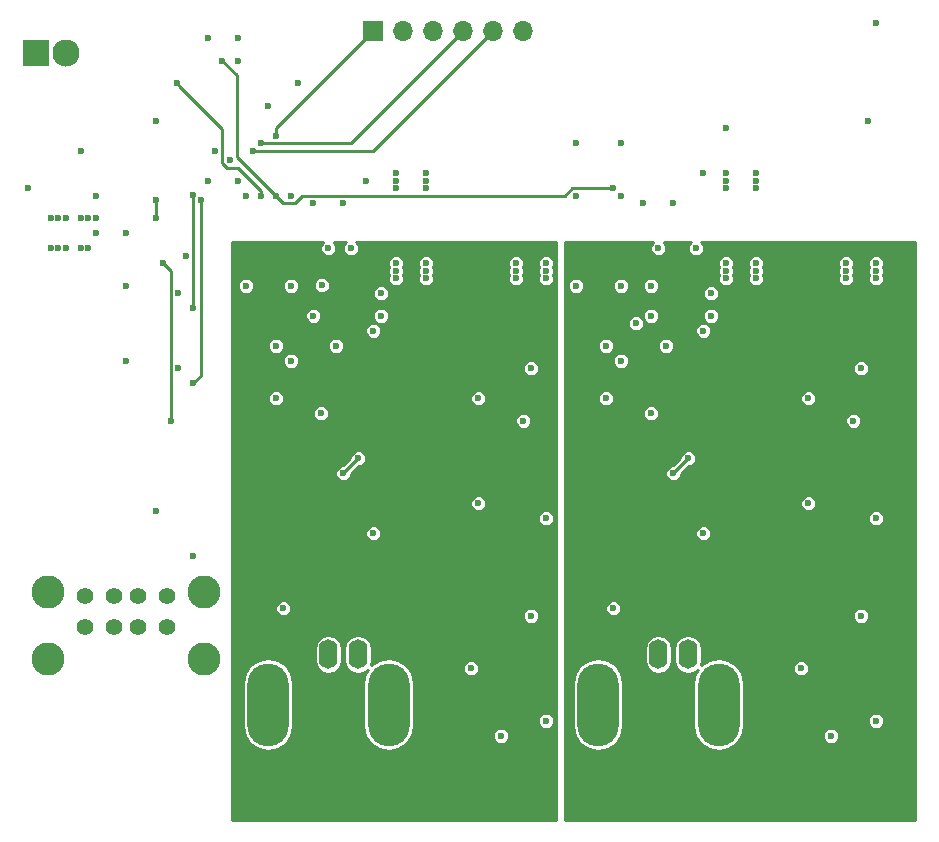
<source format=gbl>
G04 #@! TF.FileFunction,Copper,L4,Bot,Signal*
%FSLAX46Y46*%
G04 Gerber Fmt 4.6, Leading zero omitted, Abs format (unit mm)*
G04 Created by KiCad (PCBNEW 4.0.7) date Sat Nov 25 01:32:10 2017*
%MOMM*%
%LPD*%
G01*
G04 APERTURE LIST*
%ADD10C,0.127000*%
%ADD11R,1.700000X1.700000*%
%ADD12O,1.700000X1.700000*%
%ADD13C,1.420000*%
%ADD14C,2.800000*%
%ADD15R,2.300000X2.300000*%
%ADD16C,2.300000*%
%ADD17O,3.500120X7.000240*%
%ADD18O,1.600200X2.499360*%
%ADD19C,0.600000*%
%ADD20C,0.254000*%
G04 APERTURE END LIST*
D10*
D11*
X33655000Y67310000D03*
D12*
X36195000Y67310000D03*
X38735000Y67310000D03*
X41275000Y67310000D03*
X43815000Y67310000D03*
X46355000Y67310000D03*
D13*
X9200000Y19440005D03*
X11700000Y19440005D03*
X13700000Y19440005D03*
X16200000Y19440005D03*
X9200000Y16820005D03*
X11700000Y16820005D03*
X13700000Y16820005D03*
X16200000Y16820005D03*
D14*
X19270000Y14110005D03*
X19270000Y19790005D03*
X6130000Y19790005D03*
X6130000Y14110005D03*
D15*
X5080000Y65405000D03*
D16*
X7620000Y65405000D03*
D17*
X34942780Y10261600D03*
X24744680Y10261600D03*
D18*
X29845000Y14526260D03*
X32344360Y14526260D03*
D17*
X62882780Y10261600D03*
X52684680Y10261600D03*
D18*
X57785000Y14526260D03*
X60284360Y14526260D03*
D19*
X15240000Y59690000D03*
X8890000Y57150000D03*
X10160000Y50165000D03*
X9525000Y48895000D03*
X8890000Y48895000D03*
X8890000Y51435000D03*
X9525000Y51435000D03*
X10160000Y51435000D03*
X10160000Y53340000D03*
X17780000Y48260000D03*
X4445000Y53975000D03*
X19685000Y54610000D03*
X18415000Y22860000D03*
X12700000Y50165000D03*
X33020000Y54610000D03*
X31115000Y52705000D03*
X59055000Y52705000D03*
X20221050Y57128767D03*
X19685000Y66675000D03*
X24765000Y60960000D03*
X27305000Y62865000D03*
X35560000Y53975000D03*
X35560000Y55245000D03*
X38100000Y53975000D03*
X38100000Y55245000D03*
X63500000Y53975000D03*
X63500000Y55245000D03*
X66040000Y53975000D03*
X66040000Y55245000D03*
X50800000Y53340000D03*
X15240000Y26670000D03*
X38100000Y54610000D03*
X35560000Y54610000D03*
X66040000Y54610000D03*
X63500000Y54610000D03*
X22860000Y53340000D03*
X61595000Y55245000D03*
X75565000Y59690000D03*
X41910000Y16510000D03*
X35560000Y36830000D03*
X38100000Y29210000D03*
X45720000Y13335000D03*
X31115000Y26035000D03*
X48260000Y46355000D03*
X45720000Y46355000D03*
X48260000Y47625000D03*
X45720000Y47625000D03*
X26670000Y45720000D03*
X29273438Y45783438D03*
X31750000Y48895000D03*
X25400000Y40640000D03*
X48260000Y46990000D03*
X45720000Y46990000D03*
X41910000Y13335000D03*
X33655000Y41910000D03*
X29210000Y34925000D03*
X46355000Y34290000D03*
X38100000Y46355000D03*
X35560000Y46355000D03*
X35560000Y47625000D03*
X38100000Y47625000D03*
X29845000Y48895000D03*
X22860000Y45720000D03*
X46990000Y17780000D03*
X26035000Y18415000D03*
X46990000Y38735000D03*
X33655000Y24765000D03*
X28575000Y43180000D03*
X38100000Y46990000D03*
X35560000Y46990000D03*
X34290000Y43180000D03*
X34290000Y45085000D03*
X42545000Y36195000D03*
X26670000Y39370000D03*
X48260000Y8890000D03*
X42545000Y27305000D03*
X48260000Y26035000D03*
X25400000Y36195000D03*
X30480000Y40640000D03*
X44450000Y7620000D03*
X73660000Y46355000D03*
X73660000Y47625000D03*
X76200000Y46355000D03*
X76200000Y47625000D03*
X57150000Y45720000D03*
X60960000Y48895000D03*
X55880000Y42545000D03*
X69850000Y13335000D03*
X53340000Y40640000D03*
X61595000Y41910000D03*
X76200000Y46990000D03*
X73660000Y46990000D03*
X54610000Y45720000D03*
X57150000Y34925000D03*
X74295000Y34290000D03*
X63500000Y46355000D03*
X63500000Y47625000D03*
X66040000Y46355000D03*
X66040000Y47625000D03*
X57785000Y48895000D03*
X50800000Y45720000D03*
X74930000Y17780000D03*
X76200000Y8890000D03*
X72390000Y7620000D03*
X61595000Y24765000D03*
X53340000Y36195000D03*
X54610000Y39370000D03*
X66040000Y46990000D03*
X63500000Y46990000D03*
X62230000Y43180000D03*
X62230000Y45085000D03*
X57150000Y43180000D03*
X70485000Y36195000D03*
X74930000Y38735000D03*
X70485000Y27305000D03*
X76200000Y26035000D03*
X53975000Y18415000D03*
X58420000Y40640000D03*
X73660000Y13335000D03*
X69850000Y16510000D03*
X63500000Y36830000D03*
X59055000Y26035000D03*
X66675000Y29210000D03*
X25400000Y58424800D03*
X23495000Y57150000D03*
X24130000Y57785000D03*
X63500000Y59055000D03*
X22225000Y54610000D03*
X21468631Y56393631D03*
X12700000Y45720000D03*
X17145000Y45085000D03*
X12700000Y39370000D03*
X17145000Y38735000D03*
X28575000Y52705000D03*
X56515000Y52705000D03*
X50800000Y57785000D03*
X54610000Y57785000D03*
X22225000Y66675000D03*
X22225000Y64770000D03*
X7620000Y48895000D03*
X6985000Y48895000D03*
X6350000Y48895000D03*
X6350000Y51435000D03*
X6985000Y51435000D03*
X7620000Y51435000D03*
X76200000Y67945000D03*
X26670000Y53340000D03*
X54610000Y53340000D03*
X32385000Y31115000D03*
X31115000Y29845000D03*
X60325000Y31115000D03*
X59055000Y29845000D03*
X53975000Y53975000D03*
X25400000Y53340000D03*
X20871050Y64771105D03*
X24130000Y53340000D03*
X16998048Y62865000D03*
X18365864Y53370224D03*
X18415000Y43815000D03*
X19050000Y52949401D03*
X18415000Y37465000D03*
X15240000Y52949401D03*
X15240000Y51435000D03*
X15875000Y47625000D03*
X16510000Y34290000D03*
D20*
X25400000Y58424800D02*
X25400000Y59055000D01*
X25400000Y58583403D02*
X25400000Y58424800D01*
X25400000Y59055000D02*
X33655000Y67310000D01*
X23495000Y57150000D02*
X33655000Y57150000D01*
X33655000Y57150000D02*
X43815000Y67310000D01*
X24130000Y57785000D02*
X31750000Y57785000D01*
X31750000Y57785000D02*
X31918203Y57953203D01*
X31918203Y57953203D02*
X41275000Y67310000D01*
X31115000Y29845000D02*
X32385000Y31115000D01*
X59055000Y29845000D02*
X60325000Y31115000D01*
X25400000Y53340000D02*
X26030201Y52709799D01*
X26030201Y52709799D02*
X26972497Y52709799D01*
X26972497Y52709799D02*
X27602698Y53340000D01*
X27602698Y53340000D02*
X49867302Y53340000D01*
X49867302Y53340000D02*
X50502302Y53975000D01*
X50502302Y53975000D02*
X53975000Y53975000D01*
X20871050Y64771105D02*
X22098832Y63543323D01*
X22098832Y63543323D02*
X22098832Y56641168D01*
X22098832Y56641168D02*
X25400000Y53340000D01*
X24130000Y53340000D02*
X24130000Y53764264D01*
X17298047Y62565001D02*
X16998048Y62865000D01*
X24130000Y53764264D02*
X22225000Y55669264D01*
X22225000Y55669264D02*
X21260300Y55669264D01*
X21260300Y55669264D02*
X20838430Y56091134D01*
X20838430Y56091134D02*
X20838430Y56696128D01*
X20838430Y56696128D02*
X20851251Y56708949D01*
X20851251Y56708949D02*
X20851251Y59011797D01*
X20851251Y59011797D02*
X17298047Y62565001D01*
X18365864Y53370224D02*
X18365864Y52945960D01*
X18365864Y52945960D02*
X18415000Y52896824D01*
X18415000Y52896824D02*
X18415000Y44239264D01*
X18415000Y44239264D02*
X18415000Y43815000D01*
X19050000Y52949401D02*
X19050000Y38735000D01*
X19050000Y38735000D02*
X19050000Y38100000D01*
X19050000Y38100000D02*
X18415000Y37465000D01*
X15240000Y51435000D02*
X15240000Y52949401D01*
X16510000Y34290000D02*
X16510000Y46990000D01*
X16510000Y46990000D02*
X15875000Y47625000D01*
G36*
X29268013Y49281259D02*
X29164118Y49031054D01*
X29163882Y48760135D01*
X29267339Y48509748D01*
X29458741Y48318013D01*
X29708946Y48214118D01*
X29979865Y48213882D01*
X30230252Y48317339D01*
X30421987Y48508741D01*
X30525882Y48758946D01*
X30526118Y49029865D01*
X30422661Y49280252D01*
X30300126Y49403000D01*
X31294966Y49403000D01*
X31173013Y49281259D01*
X31069118Y49031054D01*
X31068882Y48760135D01*
X31172339Y48509748D01*
X31363741Y48318013D01*
X31613946Y48214118D01*
X31884865Y48213882D01*
X32135252Y48317339D01*
X32326987Y48508741D01*
X32430882Y48758946D01*
X32431118Y49029865D01*
X32327661Y49280252D01*
X32205126Y49403000D01*
X49149000Y49403000D01*
X49149000Y456000D01*
X21717000Y456000D01*
X21717000Y12087696D01*
X22613620Y12087696D01*
X22613620Y8435504D01*
X22775837Y7619983D01*
X23237793Y6928617D01*
X23929159Y6466661D01*
X24744680Y6304444D01*
X25560201Y6466661D01*
X26251567Y6928617D01*
X26713523Y7619983D01*
X26875740Y8435504D01*
X26875740Y12087696D01*
X26713523Y12903217D01*
X26251567Y13594583D01*
X25560201Y14056539D01*
X24744680Y14218756D01*
X23929159Y14056539D01*
X23237793Y13594583D01*
X22775837Y12903217D01*
X22613620Y12087696D01*
X21717000Y12087696D01*
X21717000Y15007787D01*
X28663900Y15007787D01*
X28663900Y14044733D01*
X28753806Y13592746D01*
X29009836Y13209569D01*
X29393013Y12953539D01*
X29845000Y12863633D01*
X30296987Y12953539D01*
X30680164Y13209569D01*
X30936194Y13592746D01*
X31026100Y14044733D01*
X31026100Y15007787D01*
X31163260Y15007787D01*
X31163260Y14044733D01*
X31253166Y13592746D01*
X31509196Y13209569D01*
X31892373Y12953539D01*
X32344360Y12863633D01*
X32796347Y12953539D01*
X33177918Y13208496D01*
X32973937Y12903217D01*
X32811720Y12087696D01*
X32811720Y8435504D01*
X32973937Y7619983D01*
X33435893Y6928617D01*
X34127259Y6466661D01*
X34942780Y6304444D01*
X35758301Y6466661D01*
X36449667Y6928617D01*
X36821520Y7485135D01*
X43768882Y7485135D01*
X43872339Y7234748D01*
X44063741Y7043013D01*
X44313946Y6939118D01*
X44584865Y6938882D01*
X44835252Y7042339D01*
X45026987Y7233741D01*
X45130882Y7483946D01*
X45131118Y7754865D01*
X45027661Y8005252D01*
X44836259Y8196987D01*
X44586054Y8300882D01*
X44315135Y8301118D01*
X44064748Y8197661D01*
X43873013Y8006259D01*
X43769118Y7756054D01*
X43768882Y7485135D01*
X36821520Y7485135D01*
X36911623Y7619983D01*
X37073840Y8435504D01*
X37073840Y8755135D01*
X47578882Y8755135D01*
X47682339Y8504748D01*
X47873741Y8313013D01*
X48123946Y8209118D01*
X48394865Y8208882D01*
X48645252Y8312339D01*
X48836987Y8503741D01*
X48940882Y8753946D01*
X48941118Y9024865D01*
X48837661Y9275252D01*
X48646259Y9466987D01*
X48396054Y9570882D01*
X48125135Y9571118D01*
X47874748Y9467661D01*
X47683013Y9276259D01*
X47579118Y9026054D01*
X47578882Y8755135D01*
X37073840Y8755135D01*
X37073840Y12087696D01*
X36911623Y12903217D01*
X36713229Y13200135D01*
X41228882Y13200135D01*
X41332339Y12949748D01*
X41523741Y12758013D01*
X41773946Y12654118D01*
X42044865Y12653882D01*
X42295252Y12757339D01*
X42486987Y12948741D01*
X42590882Y13198946D01*
X42591118Y13469865D01*
X42487661Y13720252D01*
X42296259Y13911987D01*
X42046054Y14015882D01*
X41775135Y14016118D01*
X41524748Y13912661D01*
X41333013Y13721259D01*
X41229118Y13471054D01*
X41228882Y13200135D01*
X36713229Y13200135D01*
X36449667Y13594583D01*
X35758301Y14056539D01*
X34942780Y14218756D01*
X34127259Y14056539D01*
X33435923Y13594603D01*
X33525460Y14044733D01*
X33525460Y15007787D01*
X33435554Y15459774D01*
X33179524Y15842951D01*
X32796347Y16098981D01*
X32344360Y16188887D01*
X31892373Y16098981D01*
X31509196Y15842951D01*
X31253166Y15459774D01*
X31163260Y15007787D01*
X31026100Y15007787D01*
X30936194Y15459774D01*
X30680164Y15842951D01*
X30296987Y16098981D01*
X29845000Y16188887D01*
X29393013Y16098981D01*
X29009836Y15842951D01*
X28753806Y15459774D01*
X28663900Y15007787D01*
X21717000Y15007787D01*
X21717000Y17645135D01*
X46308882Y17645135D01*
X46412339Y17394748D01*
X46603741Y17203013D01*
X46853946Y17099118D01*
X47124865Y17098882D01*
X47375252Y17202339D01*
X47566987Y17393741D01*
X47670882Y17643946D01*
X47671118Y17914865D01*
X47567661Y18165252D01*
X47376259Y18356987D01*
X47126054Y18460882D01*
X46855135Y18461118D01*
X46604748Y18357661D01*
X46413013Y18166259D01*
X46309118Y17916054D01*
X46308882Y17645135D01*
X21717000Y17645135D01*
X21717000Y18280135D01*
X25353882Y18280135D01*
X25457339Y18029748D01*
X25648741Y17838013D01*
X25898946Y17734118D01*
X26169865Y17733882D01*
X26420252Y17837339D01*
X26611987Y18028741D01*
X26715882Y18278946D01*
X26716118Y18549865D01*
X26612661Y18800252D01*
X26421259Y18991987D01*
X26171054Y19095882D01*
X25900135Y19096118D01*
X25649748Y18992661D01*
X25458013Y18801259D01*
X25354118Y18551054D01*
X25353882Y18280135D01*
X21717000Y18280135D01*
X21717000Y24630135D01*
X32973882Y24630135D01*
X33077339Y24379748D01*
X33268741Y24188013D01*
X33518946Y24084118D01*
X33789865Y24083882D01*
X34040252Y24187339D01*
X34231987Y24378741D01*
X34335882Y24628946D01*
X34336118Y24899865D01*
X34232661Y25150252D01*
X34041259Y25341987D01*
X33791054Y25445882D01*
X33520135Y25446118D01*
X33269748Y25342661D01*
X33078013Y25151259D01*
X32974118Y24901054D01*
X32973882Y24630135D01*
X21717000Y24630135D01*
X21717000Y25900135D01*
X47578882Y25900135D01*
X47682339Y25649748D01*
X47873741Y25458013D01*
X48123946Y25354118D01*
X48394865Y25353882D01*
X48645252Y25457339D01*
X48836987Y25648741D01*
X48940882Y25898946D01*
X48941118Y26169865D01*
X48837661Y26420252D01*
X48646259Y26611987D01*
X48396054Y26715882D01*
X48125135Y26716118D01*
X47874748Y26612661D01*
X47683013Y26421259D01*
X47579118Y26171054D01*
X47578882Y25900135D01*
X21717000Y25900135D01*
X21717000Y27170135D01*
X41863882Y27170135D01*
X41967339Y26919748D01*
X42158741Y26728013D01*
X42408946Y26624118D01*
X42679865Y26623882D01*
X42930252Y26727339D01*
X43121987Y26918741D01*
X43225882Y27168946D01*
X43226118Y27439865D01*
X43122661Y27690252D01*
X42931259Y27881987D01*
X42681054Y27985882D01*
X42410135Y27986118D01*
X42159748Y27882661D01*
X41968013Y27691259D01*
X41864118Y27441054D01*
X41863882Y27170135D01*
X21717000Y27170135D01*
X21717000Y29710135D01*
X30433882Y29710135D01*
X30537339Y29459748D01*
X30728741Y29268013D01*
X30978946Y29164118D01*
X31249865Y29163882D01*
X31500252Y29267339D01*
X31691987Y29458741D01*
X31795882Y29708946D01*
X31795968Y29807548D01*
X32422387Y30433967D01*
X32519865Y30433882D01*
X32770252Y30537339D01*
X32961987Y30728741D01*
X33065882Y30978946D01*
X33066118Y31249865D01*
X32962661Y31500252D01*
X32771259Y31691987D01*
X32521054Y31795882D01*
X32250135Y31796118D01*
X31999748Y31692661D01*
X31808013Y31501259D01*
X31704118Y31251054D01*
X31704032Y31152452D01*
X31077613Y30526033D01*
X30980135Y30526118D01*
X30729748Y30422661D01*
X30538013Y30231259D01*
X30434118Y29981054D01*
X30433882Y29710135D01*
X21717000Y29710135D01*
X21717000Y34155135D01*
X45673882Y34155135D01*
X45777339Y33904748D01*
X45968741Y33713013D01*
X46218946Y33609118D01*
X46489865Y33608882D01*
X46740252Y33712339D01*
X46931987Y33903741D01*
X47035882Y34153946D01*
X47036118Y34424865D01*
X46932661Y34675252D01*
X46741259Y34866987D01*
X46491054Y34970882D01*
X46220135Y34971118D01*
X45969748Y34867661D01*
X45778013Y34676259D01*
X45674118Y34426054D01*
X45673882Y34155135D01*
X21717000Y34155135D01*
X21717000Y34790135D01*
X28528882Y34790135D01*
X28632339Y34539748D01*
X28823741Y34348013D01*
X29073946Y34244118D01*
X29344865Y34243882D01*
X29595252Y34347339D01*
X29786987Y34538741D01*
X29890882Y34788946D01*
X29891118Y35059865D01*
X29787661Y35310252D01*
X29596259Y35501987D01*
X29346054Y35605882D01*
X29075135Y35606118D01*
X28824748Y35502661D01*
X28633013Y35311259D01*
X28529118Y35061054D01*
X28528882Y34790135D01*
X21717000Y34790135D01*
X21717000Y36060135D01*
X24718882Y36060135D01*
X24822339Y35809748D01*
X25013741Y35618013D01*
X25263946Y35514118D01*
X25534865Y35513882D01*
X25785252Y35617339D01*
X25976987Y35808741D01*
X26080882Y36058946D01*
X26080883Y36060135D01*
X41863882Y36060135D01*
X41967339Y35809748D01*
X42158741Y35618013D01*
X42408946Y35514118D01*
X42679865Y35513882D01*
X42930252Y35617339D01*
X43121987Y35808741D01*
X43225882Y36058946D01*
X43226118Y36329865D01*
X43122661Y36580252D01*
X42931259Y36771987D01*
X42681054Y36875882D01*
X42410135Y36876118D01*
X42159748Y36772661D01*
X41968013Y36581259D01*
X41864118Y36331054D01*
X41863882Y36060135D01*
X26080883Y36060135D01*
X26081118Y36329865D01*
X25977661Y36580252D01*
X25786259Y36771987D01*
X25536054Y36875882D01*
X25265135Y36876118D01*
X25014748Y36772661D01*
X24823013Y36581259D01*
X24719118Y36331054D01*
X24718882Y36060135D01*
X21717000Y36060135D01*
X21717000Y38600135D01*
X46308882Y38600135D01*
X46412339Y38349748D01*
X46603741Y38158013D01*
X46853946Y38054118D01*
X47124865Y38053882D01*
X47375252Y38157339D01*
X47566987Y38348741D01*
X47670882Y38598946D01*
X47671118Y38869865D01*
X47567661Y39120252D01*
X47376259Y39311987D01*
X47126054Y39415882D01*
X46855135Y39416118D01*
X46604748Y39312661D01*
X46413013Y39121259D01*
X46309118Y38871054D01*
X46308882Y38600135D01*
X21717000Y38600135D01*
X21717000Y39235135D01*
X25988882Y39235135D01*
X26092339Y38984748D01*
X26283741Y38793013D01*
X26533946Y38689118D01*
X26804865Y38688882D01*
X27055252Y38792339D01*
X27246987Y38983741D01*
X27350882Y39233946D01*
X27351118Y39504865D01*
X27247661Y39755252D01*
X27056259Y39946987D01*
X26806054Y40050882D01*
X26535135Y40051118D01*
X26284748Y39947661D01*
X26093013Y39756259D01*
X25989118Y39506054D01*
X25988882Y39235135D01*
X21717000Y39235135D01*
X21717000Y40505135D01*
X24718882Y40505135D01*
X24822339Y40254748D01*
X25013741Y40063013D01*
X25263946Y39959118D01*
X25534865Y39958882D01*
X25785252Y40062339D01*
X25976987Y40253741D01*
X26080882Y40503946D01*
X26080883Y40505135D01*
X29798882Y40505135D01*
X29902339Y40254748D01*
X30093741Y40063013D01*
X30343946Y39959118D01*
X30614865Y39958882D01*
X30865252Y40062339D01*
X31056987Y40253741D01*
X31160882Y40503946D01*
X31161118Y40774865D01*
X31057661Y41025252D01*
X30866259Y41216987D01*
X30616054Y41320882D01*
X30345135Y41321118D01*
X30094748Y41217661D01*
X29903013Y41026259D01*
X29799118Y40776054D01*
X29798882Y40505135D01*
X26080883Y40505135D01*
X26081118Y40774865D01*
X25977661Y41025252D01*
X25786259Y41216987D01*
X25536054Y41320882D01*
X25265135Y41321118D01*
X25014748Y41217661D01*
X24823013Y41026259D01*
X24719118Y40776054D01*
X24718882Y40505135D01*
X21717000Y40505135D01*
X21717000Y41775135D01*
X32973882Y41775135D01*
X33077339Y41524748D01*
X33268741Y41333013D01*
X33518946Y41229118D01*
X33789865Y41228882D01*
X34040252Y41332339D01*
X34231987Y41523741D01*
X34335882Y41773946D01*
X34336118Y42044865D01*
X34232661Y42295252D01*
X34041259Y42486987D01*
X33791054Y42590882D01*
X33520135Y42591118D01*
X33269748Y42487661D01*
X33078013Y42296259D01*
X32974118Y42046054D01*
X32973882Y41775135D01*
X21717000Y41775135D01*
X21717000Y43045135D01*
X27893882Y43045135D01*
X27997339Y42794748D01*
X28188741Y42603013D01*
X28438946Y42499118D01*
X28709865Y42498882D01*
X28960252Y42602339D01*
X29151987Y42793741D01*
X29255882Y43043946D01*
X29255883Y43045135D01*
X33608882Y43045135D01*
X33712339Y42794748D01*
X33903741Y42603013D01*
X34153946Y42499118D01*
X34424865Y42498882D01*
X34675252Y42602339D01*
X34866987Y42793741D01*
X34970882Y43043946D01*
X34971118Y43314865D01*
X34867661Y43565252D01*
X34676259Y43756987D01*
X34426054Y43860882D01*
X34155135Y43861118D01*
X33904748Y43757661D01*
X33713013Y43566259D01*
X33609118Y43316054D01*
X33608882Y43045135D01*
X29255883Y43045135D01*
X29256118Y43314865D01*
X29152661Y43565252D01*
X28961259Y43756987D01*
X28711054Y43860882D01*
X28440135Y43861118D01*
X28189748Y43757661D01*
X27998013Y43566259D01*
X27894118Y43316054D01*
X27893882Y43045135D01*
X21717000Y43045135D01*
X21717000Y44950135D01*
X33608882Y44950135D01*
X33712339Y44699748D01*
X33903741Y44508013D01*
X34153946Y44404118D01*
X34424865Y44403882D01*
X34675252Y44507339D01*
X34866987Y44698741D01*
X34970882Y44948946D01*
X34971118Y45219865D01*
X34867661Y45470252D01*
X34676259Y45661987D01*
X34426054Y45765882D01*
X34155135Y45766118D01*
X33904748Y45662661D01*
X33713013Y45471259D01*
X33609118Y45221054D01*
X33608882Y44950135D01*
X21717000Y44950135D01*
X21717000Y45585135D01*
X22178882Y45585135D01*
X22282339Y45334748D01*
X22473741Y45143013D01*
X22723946Y45039118D01*
X22994865Y45038882D01*
X23245252Y45142339D01*
X23436987Y45333741D01*
X23540882Y45583946D01*
X23540883Y45585135D01*
X25988882Y45585135D01*
X26092339Y45334748D01*
X26283741Y45143013D01*
X26533946Y45039118D01*
X26804865Y45038882D01*
X27055252Y45142339D01*
X27246987Y45333741D01*
X27350882Y45583946D01*
X27350938Y45648573D01*
X28592320Y45648573D01*
X28695777Y45398186D01*
X28887179Y45206451D01*
X29137384Y45102556D01*
X29408303Y45102320D01*
X29658690Y45205777D01*
X29850425Y45397179D01*
X29954320Y45647384D01*
X29954556Y45918303D01*
X29851099Y46168690D01*
X29659697Y46360425D01*
X29409492Y46464320D01*
X29138573Y46464556D01*
X28888186Y46361099D01*
X28696451Y46169697D01*
X28592556Y45919492D01*
X28592320Y45648573D01*
X27350938Y45648573D01*
X27351118Y45854865D01*
X27247661Y46105252D01*
X27056259Y46296987D01*
X26806054Y46400882D01*
X26535135Y46401118D01*
X26284748Y46297661D01*
X26093013Y46106259D01*
X25989118Y45856054D01*
X25988882Y45585135D01*
X23540883Y45585135D01*
X23541118Y45854865D01*
X23437661Y46105252D01*
X23246259Y46296987D01*
X22996054Y46400882D01*
X22725135Y46401118D01*
X22474748Y46297661D01*
X22283013Y46106259D01*
X22179118Y45856054D01*
X22178882Y45585135D01*
X21717000Y45585135D01*
X21717000Y47490135D01*
X34878882Y47490135D01*
X34954403Y47307359D01*
X34879118Y47126054D01*
X34878882Y46855135D01*
X34954403Y46672359D01*
X34879118Y46491054D01*
X34878882Y46220135D01*
X34982339Y45969748D01*
X35173741Y45778013D01*
X35423946Y45674118D01*
X35694865Y45673882D01*
X35945252Y45777339D01*
X36136987Y45968741D01*
X36240882Y46218946D01*
X36241118Y46489865D01*
X36165597Y46672641D01*
X36240882Y46853946D01*
X36241118Y47124865D01*
X36165597Y47307641D01*
X36240882Y47488946D01*
X36240883Y47490135D01*
X37418882Y47490135D01*
X37494403Y47307359D01*
X37419118Y47126054D01*
X37418882Y46855135D01*
X37494403Y46672359D01*
X37419118Y46491054D01*
X37418882Y46220135D01*
X37522339Y45969748D01*
X37713741Y45778013D01*
X37963946Y45674118D01*
X38234865Y45673882D01*
X38485252Y45777339D01*
X38676987Y45968741D01*
X38780882Y46218946D01*
X38781118Y46489865D01*
X38705597Y46672641D01*
X38780882Y46853946D01*
X38781118Y47124865D01*
X38705597Y47307641D01*
X38780882Y47488946D01*
X38780883Y47490135D01*
X45038882Y47490135D01*
X45114403Y47307359D01*
X45039118Y47126054D01*
X45038882Y46855135D01*
X45114403Y46672359D01*
X45039118Y46491054D01*
X45038882Y46220135D01*
X45142339Y45969748D01*
X45333741Y45778013D01*
X45583946Y45674118D01*
X45854865Y45673882D01*
X46105252Y45777339D01*
X46296987Y45968741D01*
X46400882Y46218946D01*
X46401118Y46489865D01*
X46325597Y46672641D01*
X46400882Y46853946D01*
X46401118Y47124865D01*
X46325597Y47307641D01*
X46400882Y47488946D01*
X46400883Y47490135D01*
X47578882Y47490135D01*
X47654403Y47307359D01*
X47579118Y47126054D01*
X47578882Y46855135D01*
X47654403Y46672359D01*
X47579118Y46491054D01*
X47578882Y46220135D01*
X47682339Y45969748D01*
X47873741Y45778013D01*
X48123946Y45674118D01*
X48394865Y45673882D01*
X48645252Y45777339D01*
X48836987Y45968741D01*
X48940882Y46218946D01*
X48941118Y46489865D01*
X48865597Y46672641D01*
X48940882Y46853946D01*
X48941118Y47124865D01*
X48865597Y47307641D01*
X48940882Y47488946D01*
X48941118Y47759865D01*
X48837661Y48010252D01*
X48646259Y48201987D01*
X48396054Y48305882D01*
X48125135Y48306118D01*
X47874748Y48202661D01*
X47683013Y48011259D01*
X47579118Y47761054D01*
X47578882Y47490135D01*
X46400883Y47490135D01*
X46401118Y47759865D01*
X46297661Y48010252D01*
X46106259Y48201987D01*
X45856054Y48305882D01*
X45585135Y48306118D01*
X45334748Y48202661D01*
X45143013Y48011259D01*
X45039118Y47761054D01*
X45038882Y47490135D01*
X38780883Y47490135D01*
X38781118Y47759865D01*
X38677661Y48010252D01*
X38486259Y48201987D01*
X38236054Y48305882D01*
X37965135Y48306118D01*
X37714748Y48202661D01*
X37523013Y48011259D01*
X37419118Y47761054D01*
X37418882Y47490135D01*
X36240883Y47490135D01*
X36241118Y47759865D01*
X36137661Y48010252D01*
X35946259Y48201987D01*
X35696054Y48305882D01*
X35425135Y48306118D01*
X35174748Y48202661D01*
X34983013Y48011259D01*
X34879118Y47761054D01*
X34878882Y47490135D01*
X21717000Y47490135D01*
X21717000Y49403000D01*
X29389966Y49403000D01*
X29268013Y49281259D01*
X29268013Y49281259D01*
G37*
X29268013Y49281259D02*
X29164118Y49031054D01*
X29163882Y48760135D01*
X29267339Y48509748D01*
X29458741Y48318013D01*
X29708946Y48214118D01*
X29979865Y48213882D01*
X30230252Y48317339D01*
X30421987Y48508741D01*
X30525882Y48758946D01*
X30526118Y49029865D01*
X30422661Y49280252D01*
X30300126Y49403000D01*
X31294966Y49403000D01*
X31173013Y49281259D01*
X31069118Y49031054D01*
X31068882Y48760135D01*
X31172339Y48509748D01*
X31363741Y48318013D01*
X31613946Y48214118D01*
X31884865Y48213882D01*
X32135252Y48317339D01*
X32326987Y48508741D01*
X32430882Y48758946D01*
X32431118Y49029865D01*
X32327661Y49280252D01*
X32205126Y49403000D01*
X49149000Y49403000D01*
X49149000Y456000D01*
X21717000Y456000D01*
X21717000Y12087696D01*
X22613620Y12087696D01*
X22613620Y8435504D01*
X22775837Y7619983D01*
X23237793Y6928617D01*
X23929159Y6466661D01*
X24744680Y6304444D01*
X25560201Y6466661D01*
X26251567Y6928617D01*
X26713523Y7619983D01*
X26875740Y8435504D01*
X26875740Y12087696D01*
X26713523Y12903217D01*
X26251567Y13594583D01*
X25560201Y14056539D01*
X24744680Y14218756D01*
X23929159Y14056539D01*
X23237793Y13594583D01*
X22775837Y12903217D01*
X22613620Y12087696D01*
X21717000Y12087696D01*
X21717000Y15007787D01*
X28663900Y15007787D01*
X28663900Y14044733D01*
X28753806Y13592746D01*
X29009836Y13209569D01*
X29393013Y12953539D01*
X29845000Y12863633D01*
X30296987Y12953539D01*
X30680164Y13209569D01*
X30936194Y13592746D01*
X31026100Y14044733D01*
X31026100Y15007787D01*
X31163260Y15007787D01*
X31163260Y14044733D01*
X31253166Y13592746D01*
X31509196Y13209569D01*
X31892373Y12953539D01*
X32344360Y12863633D01*
X32796347Y12953539D01*
X33177918Y13208496D01*
X32973937Y12903217D01*
X32811720Y12087696D01*
X32811720Y8435504D01*
X32973937Y7619983D01*
X33435893Y6928617D01*
X34127259Y6466661D01*
X34942780Y6304444D01*
X35758301Y6466661D01*
X36449667Y6928617D01*
X36821520Y7485135D01*
X43768882Y7485135D01*
X43872339Y7234748D01*
X44063741Y7043013D01*
X44313946Y6939118D01*
X44584865Y6938882D01*
X44835252Y7042339D01*
X45026987Y7233741D01*
X45130882Y7483946D01*
X45131118Y7754865D01*
X45027661Y8005252D01*
X44836259Y8196987D01*
X44586054Y8300882D01*
X44315135Y8301118D01*
X44064748Y8197661D01*
X43873013Y8006259D01*
X43769118Y7756054D01*
X43768882Y7485135D01*
X36821520Y7485135D01*
X36911623Y7619983D01*
X37073840Y8435504D01*
X37073840Y8755135D01*
X47578882Y8755135D01*
X47682339Y8504748D01*
X47873741Y8313013D01*
X48123946Y8209118D01*
X48394865Y8208882D01*
X48645252Y8312339D01*
X48836987Y8503741D01*
X48940882Y8753946D01*
X48941118Y9024865D01*
X48837661Y9275252D01*
X48646259Y9466987D01*
X48396054Y9570882D01*
X48125135Y9571118D01*
X47874748Y9467661D01*
X47683013Y9276259D01*
X47579118Y9026054D01*
X47578882Y8755135D01*
X37073840Y8755135D01*
X37073840Y12087696D01*
X36911623Y12903217D01*
X36713229Y13200135D01*
X41228882Y13200135D01*
X41332339Y12949748D01*
X41523741Y12758013D01*
X41773946Y12654118D01*
X42044865Y12653882D01*
X42295252Y12757339D01*
X42486987Y12948741D01*
X42590882Y13198946D01*
X42591118Y13469865D01*
X42487661Y13720252D01*
X42296259Y13911987D01*
X42046054Y14015882D01*
X41775135Y14016118D01*
X41524748Y13912661D01*
X41333013Y13721259D01*
X41229118Y13471054D01*
X41228882Y13200135D01*
X36713229Y13200135D01*
X36449667Y13594583D01*
X35758301Y14056539D01*
X34942780Y14218756D01*
X34127259Y14056539D01*
X33435923Y13594603D01*
X33525460Y14044733D01*
X33525460Y15007787D01*
X33435554Y15459774D01*
X33179524Y15842951D01*
X32796347Y16098981D01*
X32344360Y16188887D01*
X31892373Y16098981D01*
X31509196Y15842951D01*
X31253166Y15459774D01*
X31163260Y15007787D01*
X31026100Y15007787D01*
X30936194Y15459774D01*
X30680164Y15842951D01*
X30296987Y16098981D01*
X29845000Y16188887D01*
X29393013Y16098981D01*
X29009836Y15842951D01*
X28753806Y15459774D01*
X28663900Y15007787D01*
X21717000Y15007787D01*
X21717000Y17645135D01*
X46308882Y17645135D01*
X46412339Y17394748D01*
X46603741Y17203013D01*
X46853946Y17099118D01*
X47124865Y17098882D01*
X47375252Y17202339D01*
X47566987Y17393741D01*
X47670882Y17643946D01*
X47671118Y17914865D01*
X47567661Y18165252D01*
X47376259Y18356987D01*
X47126054Y18460882D01*
X46855135Y18461118D01*
X46604748Y18357661D01*
X46413013Y18166259D01*
X46309118Y17916054D01*
X46308882Y17645135D01*
X21717000Y17645135D01*
X21717000Y18280135D01*
X25353882Y18280135D01*
X25457339Y18029748D01*
X25648741Y17838013D01*
X25898946Y17734118D01*
X26169865Y17733882D01*
X26420252Y17837339D01*
X26611987Y18028741D01*
X26715882Y18278946D01*
X26716118Y18549865D01*
X26612661Y18800252D01*
X26421259Y18991987D01*
X26171054Y19095882D01*
X25900135Y19096118D01*
X25649748Y18992661D01*
X25458013Y18801259D01*
X25354118Y18551054D01*
X25353882Y18280135D01*
X21717000Y18280135D01*
X21717000Y24630135D01*
X32973882Y24630135D01*
X33077339Y24379748D01*
X33268741Y24188013D01*
X33518946Y24084118D01*
X33789865Y24083882D01*
X34040252Y24187339D01*
X34231987Y24378741D01*
X34335882Y24628946D01*
X34336118Y24899865D01*
X34232661Y25150252D01*
X34041259Y25341987D01*
X33791054Y25445882D01*
X33520135Y25446118D01*
X33269748Y25342661D01*
X33078013Y25151259D01*
X32974118Y24901054D01*
X32973882Y24630135D01*
X21717000Y24630135D01*
X21717000Y25900135D01*
X47578882Y25900135D01*
X47682339Y25649748D01*
X47873741Y25458013D01*
X48123946Y25354118D01*
X48394865Y25353882D01*
X48645252Y25457339D01*
X48836987Y25648741D01*
X48940882Y25898946D01*
X48941118Y26169865D01*
X48837661Y26420252D01*
X48646259Y26611987D01*
X48396054Y26715882D01*
X48125135Y26716118D01*
X47874748Y26612661D01*
X47683013Y26421259D01*
X47579118Y26171054D01*
X47578882Y25900135D01*
X21717000Y25900135D01*
X21717000Y27170135D01*
X41863882Y27170135D01*
X41967339Y26919748D01*
X42158741Y26728013D01*
X42408946Y26624118D01*
X42679865Y26623882D01*
X42930252Y26727339D01*
X43121987Y26918741D01*
X43225882Y27168946D01*
X43226118Y27439865D01*
X43122661Y27690252D01*
X42931259Y27881987D01*
X42681054Y27985882D01*
X42410135Y27986118D01*
X42159748Y27882661D01*
X41968013Y27691259D01*
X41864118Y27441054D01*
X41863882Y27170135D01*
X21717000Y27170135D01*
X21717000Y29710135D01*
X30433882Y29710135D01*
X30537339Y29459748D01*
X30728741Y29268013D01*
X30978946Y29164118D01*
X31249865Y29163882D01*
X31500252Y29267339D01*
X31691987Y29458741D01*
X31795882Y29708946D01*
X31795968Y29807548D01*
X32422387Y30433967D01*
X32519865Y30433882D01*
X32770252Y30537339D01*
X32961987Y30728741D01*
X33065882Y30978946D01*
X33066118Y31249865D01*
X32962661Y31500252D01*
X32771259Y31691987D01*
X32521054Y31795882D01*
X32250135Y31796118D01*
X31999748Y31692661D01*
X31808013Y31501259D01*
X31704118Y31251054D01*
X31704032Y31152452D01*
X31077613Y30526033D01*
X30980135Y30526118D01*
X30729748Y30422661D01*
X30538013Y30231259D01*
X30434118Y29981054D01*
X30433882Y29710135D01*
X21717000Y29710135D01*
X21717000Y34155135D01*
X45673882Y34155135D01*
X45777339Y33904748D01*
X45968741Y33713013D01*
X46218946Y33609118D01*
X46489865Y33608882D01*
X46740252Y33712339D01*
X46931987Y33903741D01*
X47035882Y34153946D01*
X47036118Y34424865D01*
X46932661Y34675252D01*
X46741259Y34866987D01*
X46491054Y34970882D01*
X46220135Y34971118D01*
X45969748Y34867661D01*
X45778013Y34676259D01*
X45674118Y34426054D01*
X45673882Y34155135D01*
X21717000Y34155135D01*
X21717000Y34790135D01*
X28528882Y34790135D01*
X28632339Y34539748D01*
X28823741Y34348013D01*
X29073946Y34244118D01*
X29344865Y34243882D01*
X29595252Y34347339D01*
X29786987Y34538741D01*
X29890882Y34788946D01*
X29891118Y35059865D01*
X29787661Y35310252D01*
X29596259Y35501987D01*
X29346054Y35605882D01*
X29075135Y35606118D01*
X28824748Y35502661D01*
X28633013Y35311259D01*
X28529118Y35061054D01*
X28528882Y34790135D01*
X21717000Y34790135D01*
X21717000Y36060135D01*
X24718882Y36060135D01*
X24822339Y35809748D01*
X25013741Y35618013D01*
X25263946Y35514118D01*
X25534865Y35513882D01*
X25785252Y35617339D01*
X25976987Y35808741D01*
X26080882Y36058946D01*
X26080883Y36060135D01*
X41863882Y36060135D01*
X41967339Y35809748D01*
X42158741Y35618013D01*
X42408946Y35514118D01*
X42679865Y35513882D01*
X42930252Y35617339D01*
X43121987Y35808741D01*
X43225882Y36058946D01*
X43226118Y36329865D01*
X43122661Y36580252D01*
X42931259Y36771987D01*
X42681054Y36875882D01*
X42410135Y36876118D01*
X42159748Y36772661D01*
X41968013Y36581259D01*
X41864118Y36331054D01*
X41863882Y36060135D01*
X26080883Y36060135D01*
X26081118Y36329865D01*
X25977661Y36580252D01*
X25786259Y36771987D01*
X25536054Y36875882D01*
X25265135Y36876118D01*
X25014748Y36772661D01*
X24823013Y36581259D01*
X24719118Y36331054D01*
X24718882Y36060135D01*
X21717000Y36060135D01*
X21717000Y38600135D01*
X46308882Y38600135D01*
X46412339Y38349748D01*
X46603741Y38158013D01*
X46853946Y38054118D01*
X47124865Y38053882D01*
X47375252Y38157339D01*
X47566987Y38348741D01*
X47670882Y38598946D01*
X47671118Y38869865D01*
X47567661Y39120252D01*
X47376259Y39311987D01*
X47126054Y39415882D01*
X46855135Y39416118D01*
X46604748Y39312661D01*
X46413013Y39121259D01*
X46309118Y38871054D01*
X46308882Y38600135D01*
X21717000Y38600135D01*
X21717000Y39235135D01*
X25988882Y39235135D01*
X26092339Y38984748D01*
X26283741Y38793013D01*
X26533946Y38689118D01*
X26804865Y38688882D01*
X27055252Y38792339D01*
X27246987Y38983741D01*
X27350882Y39233946D01*
X27351118Y39504865D01*
X27247661Y39755252D01*
X27056259Y39946987D01*
X26806054Y40050882D01*
X26535135Y40051118D01*
X26284748Y39947661D01*
X26093013Y39756259D01*
X25989118Y39506054D01*
X25988882Y39235135D01*
X21717000Y39235135D01*
X21717000Y40505135D01*
X24718882Y40505135D01*
X24822339Y40254748D01*
X25013741Y40063013D01*
X25263946Y39959118D01*
X25534865Y39958882D01*
X25785252Y40062339D01*
X25976987Y40253741D01*
X26080882Y40503946D01*
X26080883Y40505135D01*
X29798882Y40505135D01*
X29902339Y40254748D01*
X30093741Y40063013D01*
X30343946Y39959118D01*
X30614865Y39958882D01*
X30865252Y40062339D01*
X31056987Y40253741D01*
X31160882Y40503946D01*
X31161118Y40774865D01*
X31057661Y41025252D01*
X30866259Y41216987D01*
X30616054Y41320882D01*
X30345135Y41321118D01*
X30094748Y41217661D01*
X29903013Y41026259D01*
X29799118Y40776054D01*
X29798882Y40505135D01*
X26080883Y40505135D01*
X26081118Y40774865D01*
X25977661Y41025252D01*
X25786259Y41216987D01*
X25536054Y41320882D01*
X25265135Y41321118D01*
X25014748Y41217661D01*
X24823013Y41026259D01*
X24719118Y40776054D01*
X24718882Y40505135D01*
X21717000Y40505135D01*
X21717000Y41775135D01*
X32973882Y41775135D01*
X33077339Y41524748D01*
X33268741Y41333013D01*
X33518946Y41229118D01*
X33789865Y41228882D01*
X34040252Y41332339D01*
X34231987Y41523741D01*
X34335882Y41773946D01*
X34336118Y42044865D01*
X34232661Y42295252D01*
X34041259Y42486987D01*
X33791054Y42590882D01*
X33520135Y42591118D01*
X33269748Y42487661D01*
X33078013Y42296259D01*
X32974118Y42046054D01*
X32973882Y41775135D01*
X21717000Y41775135D01*
X21717000Y43045135D01*
X27893882Y43045135D01*
X27997339Y42794748D01*
X28188741Y42603013D01*
X28438946Y42499118D01*
X28709865Y42498882D01*
X28960252Y42602339D01*
X29151987Y42793741D01*
X29255882Y43043946D01*
X29255883Y43045135D01*
X33608882Y43045135D01*
X33712339Y42794748D01*
X33903741Y42603013D01*
X34153946Y42499118D01*
X34424865Y42498882D01*
X34675252Y42602339D01*
X34866987Y42793741D01*
X34970882Y43043946D01*
X34971118Y43314865D01*
X34867661Y43565252D01*
X34676259Y43756987D01*
X34426054Y43860882D01*
X34155135Y43861118D01*
X33904748Y43757661D01*
X33713013Y43566259D01*
X33609118Y43316054D01*
X33608882Y43045135D01*
X29255883Y43045135D01*
X29256118Y43314865D01*
X29152661Y43565252D01*
X28961259Y43756987D01*
X28711054Y43860882D01*
X28440135Y43861118D01*
X28189748Y43757661D01*
X27998013Y43566259D01*
X27894118Y43316054D01*
X27893882Y43045135D01*
X21717000Y43045135D01*
X21717000Y44950135D01*
X33608882Y44950135D01*
X33712339Y44699748D01*
X33903741Y44508013D01*
X34153946Y44404118D01*
X34424865Y44403882D01*
X34675252Y44507339D01*
X34866987Y44698741D01*
X34970882Y44948946D01*
X34971118Y45219865D01*
X34867661Y45470252D01*
X34676259Y45661987D01*
X34426054Y45765882D01*
X34155135Y45766118D01*
X33904748Y45662661D01*
X33713013Y45471259D01*
X33609118Y45221054D01*
X33608882Y44950135D01*
X21717000Y44950135D01*
X21717000Y45585135D01*
X22178882Y45585135D01*
X22282339Y45334748D01*
X22473741Y45143013D01*
X22723946Y45039118D01*
X22994865Y45038882D01*
X23245252Y45142339D01*
X23436987Y45333741D01*
X23540882Y45583946D01*
X23540883Y45585135D01*
X25988882Y45585135D01*
X26092339Y45334748D01*
X26283741Y45143013D01*
X26533946Y45039118D01*
X26804865Y45038882D01*
X27055252Y45142339D01*
X27246987Y45333741D01*
X27350882Y45583946D01*
X27350938Y45648573D01*
X28592320Y45648573D01*
X28695777Y45398186D01*
X28887179Y45206451D01*
X29137384Y45102556D01*
X29408303Y45102320D01*
X29658690Y45205777D01*
X29850425Y45397179D01*
X29954320Y45647384D01*
X29954556Y45918303D01*
X29851099Y46168690D01*
X29659697Y46360425D01*
X29409492Y46464320D01*
X29138573Y46464556D01*
X28888186Y46361099D01*
X28696451Y46169697D01*
X28592556Y45919492D01*
X28592320Y45648573D01*
X27350938Y45648573D01*
X27351118Y45854865D01*
X27247661Y46105252D01*
X27056259Y46296987D01*
X26806054Y46400882D01*
X26535135Y46401118D01*
X26284748Y46297661D01*
X26093013Y46106259D01*
X25989118Y45856054D01*
X25988882Y45585135D01*
X23540883Y45585135D01*
X23541118Y45854865D01*
X23437661Y46105252D01*
X23246259Y46296987D01*
X22996054Y46400882D01*
X22725135Y46401118D01*
X22474748Y46297661D01*
X22283013Y46106259D01*
X22179118Y45856054D01*
X22178882Y45585135D01*
X21717000Y45585135D01*
X21717000Y47490135D01*
X34878882Y47490135D01*
X34954403Y47307359D01*
X34879118Y47126054D01*
X34878882Y46855135D01*
X34954403Y46672359D01*
X34879118Y46491054D01*
X34878882Y46220135D01*
X34982339Y45969748D01*
X35173741Y45778013D01*
X35423946Y45674118D01*
X35694865Y45673882D01*
X35945252Y45777339D01*
X36136987Y45968741D01*
X36240882Y46218946D01*
X36241118Y46489865D01*
X36165597Y46672641D01*
X36240882Y46853946D01*
X36241118Y47124865D01*
X36165597Y47307641D01*
X36240882Y47488946D01*
X36240883Y47490135D01*
X37418882Y47490135D01*
X37494403Y47307359D01*
X37419118Y47126054D01*
X37418882Y46855135D01*
X37494403Y46672359D01*
X37419118Y46491054D01*
X37418882Y46220135D01*
X37522339Y45969748D01*
X37713741Y45778013D01*
X37963946Y45674118D01*
X38234865Y45673882D01*
X38485252Y45777339D01*
X38676987Y45968741D01*
X38780882Y46218946D01*
X38781118Y46489865D01*
X38705597Y46672641D01*
X38780882Y46853946D01*
X38781118Y47124865D01*
X38705597Y47307641D01*
X38780882Y47488946D01*
X38780883Y47490135D01*
X45038882Y47490135D01*
X45114403Y47307359D01*
X45039118Y47126054D01*
X45038882Y46855135D01*
X45114403Y46672359D01*
X45039118Y46491054D01*
X45038882Y46220135D01*
X45142339Y45969748D01*
X45333741Y45778013D01*
X45583946Y45674118D01*
X45854865Y45673882D01*
X46105252Y45777339D01*
X46296987Y45968741D01*
X46400882Y46218946D01*
X46401118Y46489865D01*
X46325597Y46672641D01*
X46400882Y46853946D01*
X46401118Y47124865D01*
X46325597Y47307641D01*
X46400882Y47488946D01*
X46400883Y47490135D01*
X47578882Y47490135D01*
X47654403Y47307359D01*
X47579118Y47126054D01*
X47578882Y46855135D01*
X47654403Y46672359D01*
X47579118Y46491054D01*
X47578882Y46220135D01*
X47682339Y45969748D01*
X47873741Y45778013D01*
X48123946Y45674118D01*
X48394865Y45673882D01*
X48645252Y45777339D01*
X48836987Y45968741D01*
X48940882Y46218946D01*
X48941118Y46489865D01*
X48865597Y46672641D01*
X48940882Y46853946D01*
X48941118Y47124865D01*
X48865597Y47307641D01*
X48940882Y47488946D01*
X48941118Y47759865D01*
X48837661Y48010252D01*
X48646259Y48201987D01*
X48396054Y48305882D01*
X48125135Y48306118D01*
X47874748Y48202661D01*
X47683013Y48011259D01*
X47579118Y47761054D01*
X47578882Y47490135D01*
X46400883Y47490135D01*
X46401118Y47759865D01*
X46297661Y48010252D01*
X46106259Y48201987D01*
X45856054Y48305882D01*
X45585135Y48306118D01*
X45334748Y48202661D01*
X45143013Y48011259D01*
X45039118Y47761054D01*
X45038882Y47490135D01*
X38780883Y47490135D01*
X38781118Y47759865D01*
X38677661Y48010252D01*
X38486259Y48201987D01*
X38236054Y48305882D01*
X37965135Y48306118D01*
X37714748Y48202661D01*
X37523013Y48011259D01*
X37419118Y47761054D01*
X37418882Y47490135D01*
X36240883Y47490135D01*
X36241118Y47759865D01*
X36137661Y48010252D01*
X35946259Y48201987D01*
X35696054Y48305882D01*
X35425135Y48306118D01*
X35174748Y48202661D01*
X34983013Y48011259D01*
X34879118Y47761054D01*
X34878882Y47490135D01*
X21717000Y47490135D01*
X21717000Y49403000D01*
X29389966Y49403000D01*
X29268013Y49281259D01*
G36*
X57208013Y49281259D02*
X57104118Y49031054D01*
X57103882Y48760135D01*
X57207339Y48509748D01*
X57398741Y48318013D01*
X57648946Y48214118D01*
X57919865Y48213882D01*
X58170252Y48317339D01*
X58361987Y48508741D01*
X58465882Y48758946D01*
X58466118Y49029865D01*
X58362661Y49280252D01*
X58240126Y49403000D01*
X60504966Y49403000D01*
X60383013Y49281259D01*
X60279118Y49031054D01*
X60278882Y48760135D01*
X60382339Y48509748D01*
X60573741Y48318013D01*
X60823946Y48214118D01*
X61094865Y48213882D01*
X61345252Y48317339D01*
X61536987Y48508741D01*
X61640882Y48758946D01*
X61641118Y49029865D01*
X61537661Y49280252D01*
X61415126Y49403000D01*
X79544000Y49403000D01*
X79544000Y456000D01*
X49911000Y456000D01*
X49911000Y12087696D01*
X50553620Y12087696D01*
X50553620Y8435504D01*
X50715837Y7619983D01*
X51177793Y6928617D01*
X51869159Y6466661D01*
X52684680Y6304444D01*
X53500201Y6466661D01*
X54191567Y6928617D01*
X54653523Y7619983D01*
X54815740Y8435504D01*
X54815740Y12087696D01*
X54653523Y12903217D01*
X54191567Y13594583D01*
X53500201Y14056539D01*
X52684680Y14218756D01*
X51869159Y14056539D01*
X51177793Y13594583D01*
X50715837Y12903217D01*
X50553620Y12087696D01*
X49911000Y12087696D01*
X49911000Y15007787D01*
X56603900Y15007787D01*
X56603900Y14044733D01*
X56693806Y13592746D01*
X56949836Y13209569D01*
X57333013Y12953539D01*
X57785000Y12863633D01*
X58236987Y12953539D01*
X58620164Y13209569D01*
X58876194Y13592746D01*
X58966100Y14044733D01*
X58966100Y15007787D01*
X59103260Y15007787D01*
X59103260Y14044733D01*
X59193166Y13592746D01*
X59449196Y13209569D01*
X59832373Y12953539D01*
X60284360Y12863633D01*
X60736347Y12953539D01*
X61117918Y13208496D01*
X60913937Y12903217D01*
X60751720Y12087696D01*
X60751720Y8435504D01*
X60913937Y7619983D01*
X61375893Y6928617D01*
X62067259Y6466661D01*
X62882780Y6304444D01*
X63698301Y6466661D01*
X64389667Y6928617D01*
X64761520Y7485135D01*
X71708882Y7485135D01*
X71812339Y7234748D01*
X72003741Y7043013D01*
X72253946Y6939118D01*
X72524865Y6938882D01*
X72775252Y7042339D01*
X72966987Y7233741D01*
X73070882Y7483946D01*
X73071118Y7754865D01*
X72967661Y8005252D01*
X72776259Y8196987D01*
X72526054Y8300882D01*
X72255135Y8301118D01*
X72004748Y8197661D01*
X71813013Y8006259D01*
X71709118Y7756054D01*
X71708882Y7485135D01*
X64761520Y7485135D01*
X64851623Y7619983D01*
X65013840Y8435504D01*
X65013840Y8755135D01*
X75518882Y8755135D01*
X75622339Y8504748D01*
X75813741Y8313013D01*
X76063946Y8209118D01*
X76334865Y8208882D01*
X76585252Y8312339D01*
X76776987Y8503741D01*
X76880882Y8753946D01*
X76881118Y9024865D01*
X76777661Y9275252D01*
X76586259Y9466987D01*
X76336054Y9570882D01*
X76065135Y9571118D01*
X75814748Y9467661D01*
X75623013Y9276259D01*
X75519118Y9026054D01*
X75518882Y8755135D01*
X65013840Y8755135D01*
X65013840Y12087696D01*
X64851623Y12903217D01*
X64653229Y13200135D01*
X69168882Y13200135D01*
X69272339Y12949748D01*
X69463741Y12758013D01*
X69713946Y12654118D01*
X69984865Y12653882D01*
X70235252Y12757339D01*
X70426987Y12948741D01*
X70530882Y13198946D01*
X70531118Y13469865D01*
X70427661Y13720252D01*
X70236259Y13911987D01*
X69986054Y14015882D01*
X69715135Y14016118D01*
X69464748Y13912661D01*
X69273013Y13721259D01*
X69169118Y13471054D01*
X69168882Y13200135D01*
X64653229Y13200135D01*
X64389667Y13594583D01*
X63698301Y14056539D01*
X62882780Y14218756D01*
X62067259Y14056539D01*
X61375923Y13594603D01*
X61465460Y14044733D01*
X61465460Y15007787D01*
X61375554Y15459774D01*
X61119524Y15842951D01*
X60736347Y16098981D01*
X60284360Y16188887D01*
X59832373Y16098981D01*
X59449196Y15842951D01*
X59193166Y15459774D01*
X59103260Y15007787D01*
X58966100Y15007787D01*
X58876194Y15459774D01*
X58620164Y15842951D01*
X58236987Y16098981D01*
X57785000Y16188887D01*
X57333013Y16098981D01*
X56949836Y15842951D01*
X56693806Y15459774D01*
X56603900Y15007787D01*
X49911000Y15007787D01*
X49911000Y17645135D01*
X74248882Y17645135D01*
X74352339Y17394748D01*
X74543741Y17203013D01*
X74793946Y17099118D01*
X75064865Y17098882D01*
X75315252Y17202339D01*
X75506987Y17393741D01*
X75610882Y17643946D01*
X75611118Y17914865D01*
X75507661Y18165252D01*
X75316259Y18356987D01*
X75066054Y18460882D01*
X74795135Y18461118D01*
X74544748Y18357661D01*
X74353013Y18166259D01*
X74249118Y17916054D01*
X74248882Y17645135D01*
X49911000Y17645135D01*
X49911000Y18280135D01*
X53293882Y18280135D01*
X53397339Y18029748D01*
X53588741Y17838013D01*
X53838946Y17734118D01*
X54109865Y17733882D01*
X54360252Y17837339D01*
X54551987Y18028741D01*
X54655882Y18278946D01*
X54656118Y18549865D01*
X54552661Y18800252D01*
X54361259Y18991987D01*
X54111054Y19095882D01*
X53840135Y19096118D01*
X53589748Y18992661D01*
X53398013Y18801259D01*
X53294118Y18551054D01*
X53293882Y18280135D01*
X49911000Y18280135D01*
X49911000Y24630135D01*
X60913882Y24630135D01*
X61017339Y24379748D01*
X61208741Y24188013D01*
X61458946Y24084118D01*
X61729865Y24083882D01*
X61980252Y24187339D01*
X62171987Y24378741D01*
X62275882Y24628946D01*
X62276118Y24899865D01*
X62172661Y25150252D01*
X61981259Y25341987D01*
X61731054Y25445882D01*
X61460135Y25446118D01*
X61209748Y25342661D01*
X61018013Y25151259D01*
X60914118Y24901054D01*
X60913882Y24630135D01*
X49911000Y24630135D01*
X49911000Y25900135D01*
X75518882Y25900135D01*
X75622339Y25649748D01*
X75813741Y25458013D01*
X76063946Y25354118D01*
X76334865Y25353882D01*
X76585252Y25457339D01*
X76776987Y25648741D01*
X76880882Y25898946D01*
X76881118Y26169865D01*
X76777661Y26420252D01*
X76586259Y26611987D01*
X76336054Y26715882D01*
X76065135Y26716118D01*
X75814748Y26612661D01*
X75623013Y26421259D01*
X75519118Y26171054D01*
X75518882Y25900135D01*
X49911000Y25900135D01*
X49911000Y27170135D01*
X69803882Y27170135D01*
X69907339Y26919748D01*
X70098741Y26728013D01*
X70348946Y26624118D01*
X70619865Y26623882D01*
X70870252Y26727339D01*
X71061987Y26918741D01*
X71165882Y27168946D01*
X71166118Y27439865D01*
X71062661Y27690252D01*
X70871259Y27881987D01*
X70621054Y27985882D01*
X70350135Y27986118D01*
X70099748Y27882661D01*
X69908013Y27691259D01*
X69804118Y27441054D01*
X69803882Y27170135D01*
X49911000Y27170135D01*
X49911000Y29710135D01*
X58373882Y29710135D01*
X58477339Y29459748D01*
X58668741Y29268013D01*
X58918946Y29164118D01*
X59189865Y29163882D01*
X59440252Y29267339D01*
X59631987Y29458741D01*
X59735882Y29708946D01*
X59735968Y29807548D01*
X60362387Y30433967D01*
X60459865Y30433882D01*
X60710252Y30537339D01*
X60901987Y30728741D01*
X61005882Y30978946D01*
X61006118Y31249865D01*
X60902661Y31500252D01*
X60711259Y31691987D01*
X60461054Y31795882D01*
X60190135Y31796118D01*
X59939748Y31692661D01*
X59748013Y31501259D01*
X59644118Y31251054D01*
X59644032Y31152452D01*
X59017613Y30526033D01*
X58920135Y30526118D01*
X58669748Y30422661D01*
X58478013Y30231259D01*
X58374118Y29981054D01*
X58373882Y29710135D01*
X49911000Y29710135D01*
X49911000Y34155135D01*
X73613882Y34155135D01*
X73717339Y33904748D01*
X73908741Y33713013D01*
X74158946Y33609118D01*
X74429865Y33608882D01*
X74680252Y33712339D01*
X74871987Y33903741D01*
X74975882Y34153946D01*
X74976118Y34424865D01*
X74872661Y34675252D01*
X74681259Y34866987D01*
X74431054Y34970882D01*
X74160135Y34971118D01*
X73909748Y34867661D01*
X73718013Y34676259D01*
X73614118Y34426054D01*
X73613882Y34155135D01*
X49911000Y34155135D01*
X49911000Y34790135D01*
X56468882Y34790135D01*
X56572339Y34539748D01*
X56763741Y34348013D01*
X57013946Y34244118D01*
X57284865Y34243882D01*
X57535252Y34347339D01*
X57726987Y34538741D01*
X57830882Y34788946D01*
X57831118Y35059865D01*
X57727661Y35310252D01*
X57536259Y35501987D01*
X57286054Y35605882D01*
X57015135Y35606118D01*
X56764748Y35502661D01*
X56573013Y35311259D01*
X56469118Y35061054D01*
X56468882Y34790135D01*
X49911000Y34790135D01*
X49911000Y36060135D01*
X52658882Y36060135D01*
X52762339Y35809748D01*
X52953741Y35618013D01*
X53203946Y35514118D01*
X53474865Y35513882D01*
X53725252Y35617339D01*
X53916987Y35808741D01*
X54020882Y36058946D01*
X54020883Y36060135D01*
X69803882Y36060135D01*
X69907339Y35809748D01*
X70098741Y35618013D01*
X70348946Y35514118D01*
X70619865Y35513882D01*
X70870252Y35617339D01*
X71061987Y35808741D01*
X71165882Y36058946D01*
X71166118Y36329865D01*
X71062661Y36580252D01*
X70871259Y36771987D01*
X70621054Y36875882D01*
X70350135Y36876118D01*
X70099748Y36772661D01*
X69908013Y36581259D01*
X69804118Y36331054D01*
X69803882Y36060135D01*
X54020883Y36060135D01*
X54021118Y36329865D01*
X53917661Y36580252D01*
X53726259Y36771987D01*
X53476054Y36875882D01*
X53205135Y36876118D01*
X52954748Y36772661D01*
X52763013Y36581259D01*
X52659118Y36331054D01*
X52658882Y36060135D01*
X49911000Y36060135D01*
X49911000Y38600135D01*
X74248882Y38600135D01*
X74352339Y38349748D01*
X74543741Y38158013D01*
X74793946Y38054118D01*
X75064865Y38053882D01*
X75315252Y38157339D01*
X75506987Y38348741D01*
X75610882Y38598946D01*
X75611118Y38869865D01*
X75507661Y39120252D01*
X75316259Y39311987D01*
X75066054Y39415882D01*
X74795135Y39416118D01*
X74544748Y39312661D01*
X74353013Y39121259D01*
X74249118Y38871054D01*
X74248882Y38600135D01*
X49911000Y38600135D01*
X49911000Y39235135D01*
X53928882Y39235135D01*
X54032339Y38984748D01*
X54223741Y38793013D01*
X54473946Y38689118D01*
X54744865Y38688882D01*
X54995252Y38792339D01*
X55186987Y38983741D01*
X55290882Y39233946D01*
X55291118Y39504865D01*
X55187661Y39755252D01*
X54996259Y39946987D01*
X54746054Y40050882D01*
X54475135Y40051118D01*
X54224748Y39947661D01*
X54033013Y39756259D01*
X53929118Y39506054D01*
X53928882Y39235135D01*
X49911000Y39235135D01*
X49911000Y40505135D01*
X52658882Y40505135D01*
X52762339Y40254748D01*
X52953741Y40063013D01*
X53203946Y39959118D01*
X53474865Y39958882D01*
X53725252Y40062339D01*
X53916987Y40253741D01*
X54020882Y40503946D01*
X54020883Y40505135D01*
X57738882Y40505135D01*
X57842339Y40254748D01*
X58033741Y40063013D01*
X58283946Y39959118D01*
X58554865Y39958882D01*
X58805252Y40062339D01*
X58996987Y40253741D01*
X59100882Y40503946D01*
X59101118Y40774865D01*
X58997661Y41025252D01*
X58806259Y41216987D01*
X58556054Y41320882D01*
X58285135Y41321118D01*
X58034748Y41217661D01*
X57843013Y41026259D01*
X57739118Y40776054D01*
X57738882Y40505135D01*
X54020883Y40505135D01*
X54021118Y40774865D01*
X53917661Y41025252D01*
X53726259Y41216987D01*
X53476054Y41320882D01*
X53205135Y41321118D01*
X52954748Y41217661D01*
X52763013Y41026259D01*
X52659118Y40776054D01*
X52658882Y40505135D01*
X49911000Y40505135D01*
X49911000Y41775135D01*
X60913882Y41775135D01*
X61017339Y41524748D01*
X61208741Y41333013D01*
X61458946Y41229118D01*
X61729865Y41228882D01*
X61980252Y41332339D01*
X62171987Y41523741D01*
X62275882Y41773946D01*
X62276118Y42044865D01*
X62172661Y42295252D01*
X61981259Y42486987D01*
X61731054Y42590882D01*
X61460135Y42591118D01*
X61209748Y42487661D01*
X61018013Y42296259D01*
X60914118Y42046054D01*
X60913882Y41775135D01*
X49911000Y41775135D01*
X49911000Y42410135D01*
X55198882Y42410135D01*
X55302339Y42159748D01*
X55493741Y41968013D01*
X55743946Y41864118D01*
X56014865Y41863882D01*
X56265252Y41967339D01*
X56456987Y42158741D01*
X56560882Y42408946D01*
X56561118Y42679865D01*
X56457661Y42930252D01*
X56342978Y43045135D01*
X56468882Y43045135D01*
X56572339Y42794748D01*
X56763741Y42603013D01*
X57013946Y42499118D01*
X57284865Y42498882D01*
X57535252Y42602339D01*
X57726987Y42793741D01*
X57830882Y43043946D01*
X57830883Y43045135D01*
X61548882Y43045135D01*
X61652339Y42794748D01*
X61843741Y42603013D01*
X62093946Y42499118D01*
X62364865Y42498882D01*
X62615252Y42602339D01*
X62806987Y42793741D01*
X62910882Y43043946D01*
X62911118Y43314865D01*
X62807661Y43565252D01*
X62616259Y43756987D01*
X62366054Y43860882D01*
X62095135Y43861118D01*
X61844748Y43757661D01*
X61653013Y43566259D01*
X61549118Y43316054D01*
X61548882Y43045135D01*
X57830883Y43045135D01*
X57831118Y43314865D01*
X57727661Y43565252D01*
X57536259Y43756987D01*
X57286054Y43860882D01*
X57015135Y43861118D01*
X56764748Y43757661D01*
X56573013Y43566259D01*
X56469118Y43316054D01*
X56468882Y43045135D01*
X56342978Y43045135D01*
X56266259Y43121987D01*
X56016054Y43225882D01*
X55745135Y43226118D01*
X55494748Y43122661D01*
X55303013Y42931259D01*
X55199118Y42681054D01*
X55198882Y42410135D01*
X49911000Y42410135D01*
X49911000Y44950135D01*
X61548882Y44950135D01*
X61652339Y44699748D01*
X61843741Y44508013D01*
X62093946Y44404118D01*
X62364865Y44403882D01*
X62615252Y44507339D01*
X62806987Y44698741D01*
X62910882Y44948946D01*
X62911118Y45219865D01*
X62807661Y45470252D01*
X62616259Y45661987D01*
X62366054Y45765882D01*
X62095135Y45766118D01*
X61844748Y45662661D01*
X61653013Y45471259D01*
X61549118Y45221054D01*
X61548882Y44950135D01*
X49911000Y44950135D01*
X49911000Y45585135D01*
X50118882Y45585135D01*
X50222339Y45334748D01*
X50413741Y45143013D01*
X50663946Y45039118D01*
X50934865Y45038882D01*
X51185252Y45142339D01*
X51376987Y45333741D01*
X51480882Y45583946D01*
X51480883Y45585135D01*
X53928882Y45585135D01*
X54032339Y45334748D01*
X54223741Y45143013D01*
X54473946Y45039118D01*
X54744865Y45038882D01*
X54995252Y45142339D01*
X55186987Y45333741D01*
X55290882Y45583946D01*
X55290883Y45585135D01*
X56468882Y45585135D01*
X56572339Y45334748D01*
X56763741Y45143013D01*
X57013946Y45039118D01*
X57284865Y45038882D01*
X57535252Y45142339D01*
X57726987Y45333741D01*
X57830882Y45583946D01*
X57831118Y45854865D01*
X57727661Y46105252D01*
X57536259Y46296987D01*
X57286054Y46400882D01*
X57015135Y46401118D01*
X56764748Y46297661D01*
X56573013Y46106259D01*
X56469118Y45856054D01*
X56468882Y45585135D01*
X55290883Y45585135D01*
X55291118Y45854865D01*
X55187661Y46105252D01*
X54996259Y46296987D01*
X54746054Y46400882D01*
X54475135Y46401118D01*
X54224748Y46297661D01*
X54033013Y46106259D01*
X53929118Y45856054D01*
X53928882Y45585135D01*
X51480883Y45585135D01*
X51481118Y45854865D01*
X51377661Y46105252D01*
X51186259Y46296987D01*
X50936054Y46400882D01*
X50665135Y46401118D01*
X50414748Y46297661D01*
X50223013Y46106259D01*
X50119118Y45856054D01*
X50118882Y45585135D01*
X49911000Y45585135D01*
X49911000Y47490135D01*
X62818882Y47490135D01*
X62894403Y47307359D01*
X62819118Y47126054D01*
X62818882Y46855135D01*
X62894403Y46672359D01*
X62819118Y46491054D01*
X62818882Y46220135D01*
X62922339Y45969748D01*
X63113741Y45778013D01*
X63363946Y45674118D01*
X63634865Y45673882D01*
X63885252Y45777339D01*
X64076987Y45968741D01*
X64180882Y46218946D01*
X64181118Y46489865D01*
X64105597Y46672641D01*
X64180882Y46853946D01*
X64181118Y47124865D01*
X64105597Y47307641D01*
X64180882Y47488946D01*
X64180883Y47490135D01*
X65358882Y47490135D01*
X65434403Y47307359D01*
X65359118Y47126054D01*
X65358882Y46855135D01*
X65434403Y46672359D01*
X65359118Y46491054D01*
X65358882Y46220135D01*
X65462339Y45969748D01*
X65653741Y45778013D01*
X65903946Y45674118D01*
X66174865Y45673882D01*
X66425252Y45777339D01*
X66616987Y45968741D01*
X66720882Y46218946D01*
X66721118Y46489865D01*
X66645597Y46672641D01*
X66720882Y46853946D01*
X66721118Y47124865D01*
X66645597Y47307641D01*
X66720882Y47488946D01*
X66720883Y47490135D01*
X72978882Y47490135D01*
X73054403Y47307359D01*
X72979118Y47126054D01*
X72978882Y46855135D01*
X73054403Y46672359D01*
X72979118Y46491054D01*
X72978882Y46220135D01*
X73082339Y45969748D01*
X73273741Y45778013D01*
X73523946Y45674118D01*
X73794865Y45673882D01*
X74045252Y45777339D01*
X74236987Y45968741D01*
X74340882Y46218946D01*
X74341118Y46489865D01*
X74265597Y46672641D01*
X74340882Y46853946D01*
X74341118Y47124865D01*
X74265597Y47307641D01*
X74340882Y47488946D01*
X74340883Y47490135D01*
X75518882Y47490135D01*
X75594403Y47307359D01*
X75519118Y47126054D01*
X75518882Y46855135D01*
X75594403Y46672359D01*
X75519118Y46491054D01*
X75518882Y46220135D01*
X75622339Y45969748D01*
X75813741Y45778013D01*
X76063946Y45674118D01*
X76334865Y45673882D01*
X76585252Y45777339D01*
X76776987Y45968741D01*
X76880882Y46218946D01*
X76881118Y46489865D01*
X76805597Y46672641D01*
X76880882Y46853946D01*
X76881118Y47124865D01*
X76805597Y47307641D01*
X76880882Y47488946D01*
X76881118Y47759865D01*
X76777661Y48010252D01*
X76586259Y48201987D01*
X76336054Y48305882D01*
X76065135Y48306118D01*
X75814748Y48202661D01*
X75623013Y48011259D01*
X75519118Y47761054D01*
X75518882Y47490135D01*
X74340883Y47490135D01*
X74341118Y47759865D01*
X74237661Y48010252D01*
X74046259Y48201987D01*
X73796054Y48305882D01*
X73525135Y48306118D01*
X73274748Y48202661D01*
X73083013Y48011259D01*
X72979118Y47761054D01*
X72978882Y47490135D01*
X66720883Y47490135D01*
X66721118Y47759865D01*
X66617661Y48010252D01*
X66426259Y48201987D01*
X66176054Y48305882D01*
X65905135Y48306118D01*
X65654748Y48202661D01*
X65463013Y48011259D01*
X65359118Y47761054D01*
X65358882Y47490135D01*
X64180883Y47490135D01*
X64181118Y47759865D01*
X64077661Y48010252D01*
X63886259Y48201987D01*
X63636054Y48305882D01*
X63365135Y48306118D01*
X63114748Y48202661D01*
X62923013Y48011259D01*
X62819118Y47761054D01*
X62818882Y47490135D01*
X49911000Y47490135D01*
X49911000Y49403000D01*
X57329966Y49403000D01*
X57208013Y49281259D01*
X57208013Y49281259D01*
G37*
X57208013Y49281259D02*
X57104118Y49031054D01*
X57103882Y48760135D01*
X57207339Y48509748D01*
X57398741Y48318013D01*
X57648946Y48214118D01*
X57919865Y48213882D01*
X58170252Y48317339D01*
X58361987Y48508741D01*
X58465882Y48758946D01*
X58466118Y49029865D01*
X58362661Y49280252D01*
X58240126Y49403000D01*
X60504966Y49403000D01*
X60383013Y49281259D01*
X60279118Y49031054D01*
X60278882Y48760135D01*
X60382339Y48509748D01*
X60573741Y48318013D01*
X60823946Y48214118D01*
X61094865Y48213882D01*
X61345252Y48317339D01*
X61536987Y48508741D01*
X61640882Y48758946D01*
X61641118Y49029865D01*
X61537661Y49280252D01*
X61415126Y49403000D01*
X79544000Y49403000D01*
X79544000Y456000D01*
X49911000Y456000D01*
X49911000Y12087696D01*
X50553620Y12087696D01*
X50553620Y8435504D01*
X50715837Y7619983D01*
X51177793Y6928617D01*
X51869159Y6466661D01*
X52684680Y6304444D01*
X53500201Y6466661D01*
X54191567Y6928617D01*
X54653523Y7619983D01*
X54815740Y8435504D01*
X54815740Y12087696D01*
X54653523Y12903217D01*
X54191567Y13594583D01*
X53500201Y14056539D01*
X52684680Y14218756D01*
X51869159Y14056539D01*
X51177793Y13594583D01*
X50715837Y12903217D01*
X50553620Y12087696D01*
X49911000Y12087696D01*
X49911000Y15007787D01*
X56603900Y15007787D01*
X56603900Y14044733D01*
X56693806Y13592746D01*
X56949836Y13209569D01*
X57333013Y12953539D01*
X57785000Y12863633D01*
X58236987Y12953539D01*
X58620164Y13209569D01*
X58876194Y13592746D01*
X58966100Y14044733D01*
X58966100Y15007787D01*
X59103260Y15007787D01*
X59103260Y14044733D01*
X59193166Y13592746D01*
X59449196Y13209569D01*
X59832373Y12953539D01*
X60284360Y12863633D01*
X60736347Y12953539D01*
X61117918Y13208496D01*
X60913937Y12903217D01*
X60751720Y12087696D01*
X60751720Y8435504D01*
X60913937Y7619983D01*
X61375893Y6928617D01*
X62067259Y6466661D01*
X62882780Y6304444D01*
X63698301Y6466661D01*
X64389667Y6928617D01*
X64761520Y7485135D01*
X71708882Y7485135D01*
X71812339Y7234748D01*
X72003741Y7043013D01*
X72253946Y6939118D01*
X72524865Y6938882D01*
X72775252Y7042339D01*
X72966987Y7233741D01*
X73070882Y7483946D01*
X73071118Y7754865D01*
X72967661Y8005252D01*
X72776259Y8196987D01*
X72526054Y8300882D01*
X72255135Y8301118D01*
X72004748Y8197661D01*
X71813013Y8006259D01*
X71709118Y7756054D01*
X71708882Y7485135D01*
X64761520Y7485135D01*
X64851623Y7619983D01*
X65013840Y8435504D01*
X65013840Y8755135D01*
X75518882Y8755135D01*
X75622339Y8504748D01*
X75813741Y8313013D01*
X76063946Y8209118D01*
X76334865Y8208882D01*
X76585252Y8312339D01*
X76776987Y8503741D01*
X76880882Y8753946D01*
X76881118Y9024865D01*
X76777661Y9275252D01*
X76586259Y9466987D01*
X76336054Y9570882D01*
X76065135Y9571118D01*
X75814748Y9467661D01*
X75623013Y9276259D01*
X75519118Y9026054D01*
X75518882Y8755135D01*
X65013840Y8755135D01*
X65013840Y12087696D01*
X64851623Y12903217D01*
X64653229Y13200135D01*
X69168882Y13200135D01*
X69272339Y12949748D01*
X69463741Y12758013D01*
X69713946Y12654118D01*
X69984865Y12653882D01*
X70235252Y12757339D01*
X70426987Y12948741D01*
X70530882Y13198946D01*
X70531118Y13469865D01*
X70427661Y13720252D01*
X70236259Y13911987D01*
X69986054Y14015882D01*
X69715135Y14016118D01*
X69464748Y13912661D01*
X69273013Y13721259D01*
X69169118Y13471054D01*
X69168882Y13200135D01*
X64653229Y13200135D01*
X64389667Y13594583D01*
X63698301Y14056539D01*
X62882780Y14218756D01*
X62067259Y14056539D01*
X61375923Y13594603D01*
X61465460Y14044733D01*
X61465460Y15007787D01*
X61375554Y15459774D01*
X61119524Y15842951D01*
X60736347Y16098981D01*
X60284360Y16188887D01*
X59832373Y16098981D01*
X59449196Y15842951D01*
X59193166Y15459774D01*
X59103260Y15007787D01*
X58966100Y15007787D01*
X58876194Y15459774D01*
X58620164Y15842951D01*
X58236987Y16098981D01*
X57785000Y16188887D01*
X57333013Y16098981D01*
X56949836Y15842951D01*
X56693806Y15459774D01*
X56603900Y15007787D01*
X49911000Y15007787D01*
X49911000Y17645135D01*
X74248882Y17645135D01*
X74352339Y17394748D01*
X74543741Y17203013D01*
X74793946Y17099118D01*
X75064865Y17098882D01*
X75315252Y17202339D01*
X75506987Y17393741D01*
X75610882Y17643946D01*
X75611118Y17914865D01*
X75507661Y18165252D01*
X75316259Y18356987D01*
X75066054Y18460882D01*
X74795135Y18461118D01*
X74544748Y18357661D01*
X74353013Y18166259D01*
X74249118Y17916054D01*
X74248882Y17645135D01*
X49911000Y17645135D01*
X49911000Y18280135D01*
X53293882Y18280135D01*
X53397339Y18029748D01*
X53588741Y17838013D01*
X53838946Y17734118D01*
X54109865Y17733882D01*
X54360252Y17837339D01*
X54551987Y18028741D01*
X54655882Y18278946D01*
X54656118Y18549865D01*
X54552661Y18800252D01*
X54361259Y18991987D01*
X54111054Y19095882D01*
X53840135Y19096118D01*
X53589748Y18992661D01*
X53398013Y18801259D01*
X53294118Y18551054D01*
X53293882Y18280135D01*
X49911000Y18280135D01*
X49911000Y24630135D01*
X60913882Y24630135D01*
X61017339Y24379748D01*
X61208741Y24188013D01*
X61458946Y24084118D01*
X61729865Y24083882D01*
X61980252Y24187339D01*
X62171987Y24378741D01*
X62275882Y24628946D01*
X62276118Y24899865D01*
X62172661Y25150252D01*
X61981259Y25341987D01*
X61731054Y25445882D01*
X61460135Y25446118D01*
X61209748Y25342661D01*
X61018013Y25151259D01*
X60914118Y24901054D01*
X60913882Y24630135D01*
X49911000Y24630135D01*
X49911000Y25900135D01*
X75518882Y25900135D01*
X75622339Y25649748D01*
X75813741Y25458013D01*
X76063946Y25354118D01*
X76334865Y25353882D01*
X76585252Y25457339D01*
X76776987Y25648741D01*
X76880882Y25898946D01*
X76881118Y26169865D01*
X76777661Y26420252D01*
X76586259Y26611987D01*
X76336054Y26715882D01*
X76065135Y26716118D01*
X75814748Y26612661D01*
X75623013Y26421259D01*
X75519118Y26171054D01*
X75518882Y25900135D01*
X49911000Y25900135D01*
X49911000Y27170135D01*
X69803882Y27170135D01*
X69907339Y26919748D01*
X70098741Y26728013D01*
X70348946Y26624118D01*
X70619865Y26623882D01*
X70870252Y26727339D01*
X71061987Y26918741D01*
X71165882Y27168946D01*
X71166118Y27439865D01*
X71062661Y27690252D01*
X70871259Y27881987D01*
X70621054Y27985882D01*
X70350135Y27986118D01*
X70099748Y27882661D01*
X69908013Y27691259D01*
X69804118Y27441054D01*
X69803882Y27170135D01*
X49911000Y27170135D01*
X49911000Y29710135D01*
X58373882Y29710135D01*
X58477339Y29459748D01*
X58668741Y29268013D01*
X58918946Y29164118D01*
X59189865Y29163882D01*
X59440252Y29267339D01*
X59631987Y29458741D01*
X59735882Y29708946D01*
X59735968Y29807548D01*
X60362387Y30433967D01*
X60459865Y30433882D01*
X60710252Y30537339D01*
X60901987Y30728741D01*
X61005882Y30978946D01*
X61006118Y31249865D01*
X60902661Y31500252D01*
X60711259Y31691987D01*
X60461054Y31795882D01*
X60190135Y31796118D01*
X59939748Y31692661D01*
X59748013Y31501259D01*
X59644118Y31251054D01*
X59644032Y31152452D01*
X59017613Y30526033D01*
X58920135Y30526118D01*
X58669748Y30422661D01*
X58478013Y30231259D01*
X58374118Y29981054D01*
X58373882Y29710135D01*
X49911000Y29710135D01*
X49911000Y34155135D01*
X73613882Y34155135D01*
X73717339Y33904748D01*
X73908741Y33713013D01*
X74158946Y33609118D01*
X74429865Y33608882D01*
X74680252Y33712339D01*
X74871987Y33903741D01*
X74975882Y34153946D01*
X74976118Y34424865D01*
X74872661Y34675252D01*
X74681259Y34866987D01*
X74431054Y34970882D01*
X74160135Y34971118D01*
X73909748Y34867661D01*
X73718013Y34676259D01*
X73614118Y34426054D01*
X73613882Y34155135D01*
X49911000Y34155135D01*
X49911000Y34790135D01*
X56468882Y34790135D01*
X56572339Y34539748D01*
X56763741Y34348013D01*
X57013946Y34244118D01*
X57284865Y34243882D01*
X57535252Y34347339D01*
X57726987Y34538741D01*
X57830882Y34788946D01*
X57831118Y35059865D01*
X57727661Y35310252D01*
X57536259Y35501987D01*
X57286054Y35605882D01*
X57015135Y35606118D01*
X56764748Y35502661D01*
X56573013Y35311259D01*
X56469118Y35061054D01*
X56468882Y34790135D01*
X49911000Y34790135D01*
X49911000Y36060135D01*
X52658882Y36060135D01*
X52762339Y35809748D01*
X52953741Y35618013D01*
X53203946Y35514118D01*
X53474865Y35513882D01*
X53725252Y35617339D01*
X53916987Y35808741D01*
X54020882Y36058946D01*
X54020883Y36060135D01*
X69803882Y36060135D01*
X69907339Y35809748D01*
X70098741Y35618013D01*
X70348946Y35514118D01*
X70619865Y35513882D01*
X70870252Y35617339D01*
X71061987Y35808741D01*
X71165882Y36058946D01*
X71166118Y36329865D01*
X71062661Y36580252D01*
X70871259Y36771987D01*
X70621054Y36875882D01*
X70350135Y36876118D01*
X70099748Y36772661D01*
X69908013Y36581259D01*
X69804118Y36331054D01*
X69803882Y36060135D01*
X54020883Y36060135D01*
X54021118Y36329865D01*
X53917661Y36580252D01*
X53726259Y36771987D01*
X53476054Y36875882D01*
X53205135Y36876118D01*
X52954748Y36772661D01*
X52763013Y36581259D01*
X52659118Y36331054D01*
X52658882Y36060135D01*
X49911000Y36060135D01*
X49911000Y38600135D01*
X74248882Y38600135D01*
X74352339Y38349748D01*
X74543741Y38158013D01*
X74793946Y38054118D01*
X75064865Y38053882D01*
X75315252Y38157339D01*
X75506987Y38348741D01*
X75610882Y38598946D01*
X75611118Y38869865D01*
X75507661Y39120252D01*
X75316259Y39311987D01*
X75066054Y39415882D01*
X74795135Y39416118D01*
X74544748Y39312661D01*
X74353013Y39121259D01*
X74249118Y38871054D01*
X74248882Y38600135D01*
X49911000Y38600135D01*
X49911000Y39235135D01*
X53928882Y39235135D01*
X54032339Y38984748D01*
X54223741Y38793013D01*
X54473946Y38689118D01*
X54744865Y38688882D01*
X54995252Y38792339D01*
X55186987Y38983741D01*
X55290882Y39233946D01*
X55291118Y39504865D01*
X55187661Y39755252D01*
X54996259Y39946987D01*
X54746054Y40050882D01*
X54475135Y40051118D01*
X54224748Y39947661D01*
X54033013Y39756259D01*
X53929118Y39506054D01*
X53928882Y39235135D01*
X49911000Y39235135D01*
X49911000Y40505135D01*
X52658882Y40505135D01*
X52762339Y40254748D01*
X52953741Y40063013D01*
X53203946Y39959118D01*
X53474865Y39958882D01*
X53725252Y40062339D01*
X53916987Y40253741D01*
X54020882Y40503946D01*
X54020883Y40505135D01*
X57738882Y40505135D01*
X57842339Y40254748D01*
X58033741Y40063013D01*
X58283946Y39959118D01*
X58554865Y39958882D01*
X58805252Y40062339D01*
X58996987Y40253741D01*
X59100882Y40503946D01*
X59101118Y40774865D01*
X58997661Y41025252D01*
X58806259Y41216987D01*
X58556054Y41320882D01*
X58285135Y41321118D01*
X58034748Y41217661D01*
X57843013Y41026259D01*
X57739118Y40776054D01*
X57738882Y40505135D01*
X54020883Y40505135D01*
X54021118Y40774865D01*
X53917661Y41025252D01*
X53726259Y41216987D01*
X53476054Y41320882D01*
X53205135Y41321118D01*
X52954748Y41217661D01*
X52763013Y41026259D01*
X52659118Y40776054D01*
X52658882Y40505135D01*
X49911000Y40505135D01*
X49911000Y41775135D01*
X60913882Y41775135D01*
X61017339Y41524748D01*
X61208741Y41333013D01*
X61458946Y41229118D01*
X61729865Y41228882D01*
X61980252Y41332339D01*
X62171987Y41523741D01*
X62275882Y41773946D01*
X62276118Y42044865D01*
X62172661Y42295252D01*
X61981259Y42486987D01*
X61731054Y42590882D01*
X61460135Y42591118D01*
X61209748Y42487661D01*
X61018013Y42296259D01*
X60914118Y42046054D01*
X60913882Y41775135D01*
X49911000Y41775135D01*
X49911000Y42410135D01*
X55198882Y42410135D01*
X55302339Y42159748D01*
X55493741Y41968013D01*
X55743946Y41864118D01*
X56014865Y41863882D01*
X56265252Y41967339D01*
X56456987Y42158741D01*
X56560882Y42408946D01*
X56561118Y42679865D01*
X56457661Y42930252D01*
X56342978Y43045135D01*
X56468882Y43045135D01*
X56572339Y42794748D01*
X56763741Y42603013D01*
X57013946Y42499118D01*
X57284865Y42498882D01*
X57535252Y42602339D01*
X57726987Y42793741D01*
X57830882Y43043946D01*
X57830883Y43045135D01*
X61548882Y43045135D01*
X61652339Y42794748D01*
X61843741Y42603013D01*
X62093946Y42499118D01*
X62364865Y42498882D01*
X62615252Y42602339D01*
X62806987Y42793741D01*
X62910882Y43043946D01*
X62911118Y43314865D01*
X62807661Y43565252D01*
X62616259Y43756987D01*
X62366054Y43860882D01*
X62095135Y43861118D01*
X61844748Y43757661D01*
X61653013Y43566259D01*
X61549118Y43316054D01*
X61548882Y43045135D01*
X57830883Y43045135D01*
X57831118Y43314865D01*
X57727661Y43565252D01*
X57536259Y43756987D01*
X57286054Y43860882D01*
X57015135Y43861118D01*
X56764748Y43757661D01*
X56573013Y43566259D01*
X56469118Y43316054D01*
X56468882Y43045135D01*
X56342978Y43045135D01*
X56266259Y43121987D01*
X56016054Y43225882D01*
X55745135Y43226118D01*
X55494748Y43122661D01*
X55303013Y42931259D01*
X55199118Y42681054D01*
X55198882Y42410135D01*
X49911000Y42410135D01*
X49911000Y44950135D01*
X61548882Y44950135D01*
X61652339Y44699748D01*
X61843741Y44508013D01*
X62093946Y44404118D01*
X62364865Y44403882D01*
X62615252Y44507339D01*
X62806987Y44698741D01*
X62910882Y44948946D01*
X62911118Y45219865D01*
X62807661Y45470252D01*
X62616259Y45661987D01*
X62366054Y45765882D01*
X62095135Y45766118D01*
X61844748Y45662661D01*
X61653013Y45471259D01*
X61549118Y45221054D01*
X61548882Y44950135D01*
X49911000Y44950135D01*
X49911000Y45585135D01*
X50118882Y45585135D01*
X50222339Y45334748D01*
X50413741Y45143013D01*
X50663946Y45039118D01*
X50934865Y45038882D01*
X51185252Y45142339D01*
X51376987Y45333741D01*
X51480882Y45583946D01*
X51480883Y45585135D01*
X53928882Y45585135D01*
X54032339Y45334748D01*
X54223741Y45143013D01*
X54473946Y45039118D01*
X54744865Y45038882D01*
X54995252Y45142339D01*
X55186987Y45333741D01*
X55290882Y45583946D01*
X55290883Y45585135D01*
X56468882Y45585135D01*
X56572339Y45334748D01*
X56763741Y45143013D01*
X57013946Y45039118D01*
X57284865Y45038882D01*
X57535252Y45142339D01*
X57726987Y45333741D01*
X57830882Y45583946D01*
X57831118Y45854865D01*
X57727661Y46105252D01*
X57536259Y46296987D01*
X57286054Y46400882D01*
X57015135Y46401118D01*
X56764748Y46297661D01*
X56573013Y46106259D01*
X56469118Y45856054D01*
X56468882Y45585135D01*
X55290883Y45585135D01*
X55291118Y45854865D01*
X55187661Y46105252D01*
X54996259Y46296987D01*
X54746054Y46400882D01*
X54475135Y46401118D01*
X54224748Y46297661D01*
X54033013Y46106259D01*
X53929118Y45856054D01*
X53928882Y45585135D01*
X51480883Y45585135D01*
X51481118Y45854865D01*
X51377661Y46105252D01*
X51186259Y46296987D01*
X50936054Y46400882D01*
X50665135Y46401118D01*
X50414748Y46297661D01*
X50223013Y46106259D01*
X50119118Y45856054D01*
X50118882Y45585135D01*
X49911000Y45585135D01*
X49911000Y47490135D01*
X62818882Y47490135D01*
X62894403Y47307359D01*
X62819118Y47126054D01*
X62818882Y46855135D01*
X62894403Y46672359D01*
X62819118Y46491054D01*
X62818882Y46220135D01*
X62922339Y45969748D01*
X63113741Y45778013D01*
X63363946Y45674118D01*
X63634865Y45673882D01*
X63885252Y45777339D01*
X64076987Y45968741D01*
X64180882Y46218946D01*
X64181118Y46489865D01*
X64105597Y46672641D01*
X64180882Y46853946D01*
X64181118Y47124865D01*
X64105597Y47307641D01*
X64180882Y47488946D01*
X64180883Y47490135D01*
X65358882Y47490135D01*
X65434403Y47307359D01*
X65359118Y47126054D01*
X65358882Y46855135D01*
X65434403Y46672359D01*
X65359118Y46491054D01*
X65358882Y46220135D01*
X65462339Y45969748D01*
X65653741Y45778013D01*
X65903946Y45674118D01*
X66174865Y45673882D01*
X66425252Y45777339D01*
X66616987Y45968741D01*
X66720882Y46218946D01*
X66721118Y46489865D01*
X66645597Y46672641D01*
X66720882Y46853946D01*
X66721118Y47124865D01*
X66645597Y47307641D01*
X66720882Y47488946D01*
X66720883Y47490135D01*
X72978882Y47490135D01*
X73054403Y47307359D01*
X72979118Y47126054D01*
X72978882Y46855135D01*
X73054403Y46672359D01*
X72979118Y46491054D01*
X72978882Y46220135D01*
X73082339Y45969748D01*
X73273741Y45778013D01*
X73523946Y45674118D01*
X73794865Y45673882D01*
X74045252Y45777339D01*
X74236987Y45968741D01*
X74340882Y46218946D01*
X74341118Y46489865D01*
X74265597Y46672641D01*
X74340882Y46853946D01*
X74341118Y47124865D01*
X74265597Y47307641D01*
X74340882Y47488946D01*
X74340883Y47490135D01*
X75518882Y47490135D01*
X75594403Y47307359D01*
X75519118Y47126054D01*
X75518882Y46855135D01*
X75594403Y46672359D01*
X75519118Y46491054D01*
X75518882Y46220135D01*
X75622339Y45969748D01*
X75813741Y45778013D01*
X76063946Y45674118D01*
X76334865Y45673882D01*
X76585252Y45777339D01*
X76776987Y45968741D01*
X76880882Y46218946D01*
X76881118Y46489865D01*
X76805597Y46672641D01*
X76880882Y46853946D01*
X76881118Y47124865D01*
X76805597Y47307641D01*
X76880882Y47488946D01*
X76881118Y47759865D01*
X76777661Y48010252D01*
X76586259Y48201987D01*
X76336054Y48305882D01*
X76065135Y48306118D01*
X75814748Y48202661D01*
X75623013Y48011259D01*
X75519118Y47761054D01*
X75518882Y47490135D01*
X74340883Y47490135D01*
X74341118Y47759865D01*
X74237661Y48010252D01*
X74046259Y48201987D01*
X73796054Y48305882D01*
X73525135Y48306118D01*
X73274748Y48202661D01*
X73083013Y48011259D01*
X72979118Y47761054D01*
X72978882Y47490135D01*
X66720883Y47490135D01*
X66721118Y47759865D01*
X66617661Y48010252D01*
X66426259Y48201987D01*
X66176054Y48305882D01*
X65905135Y48306118D01*
X65654748Y48202661D01*
X65463013Y48011259D01*
X65359118Y47761054D01*
X65358882Y47490135D01*
X64180883Y47490135D01*
X64181118Y47759865D01*
X64077661Y48010252D01*
X63886259Y48201987D01*
X63636054Y48305882D01*
X63365135Y48306118D01*
X63114748Y48202661D01*
X62923013Y48011259D01*
X62819118Y47761054D01*
X62818882Y47490135D01*
X49911000Y47490135D01*
X49911000Y49403000D01*
X57329966Y49403000D01*
X57208013Y49281259D01*
M02*

</source>
